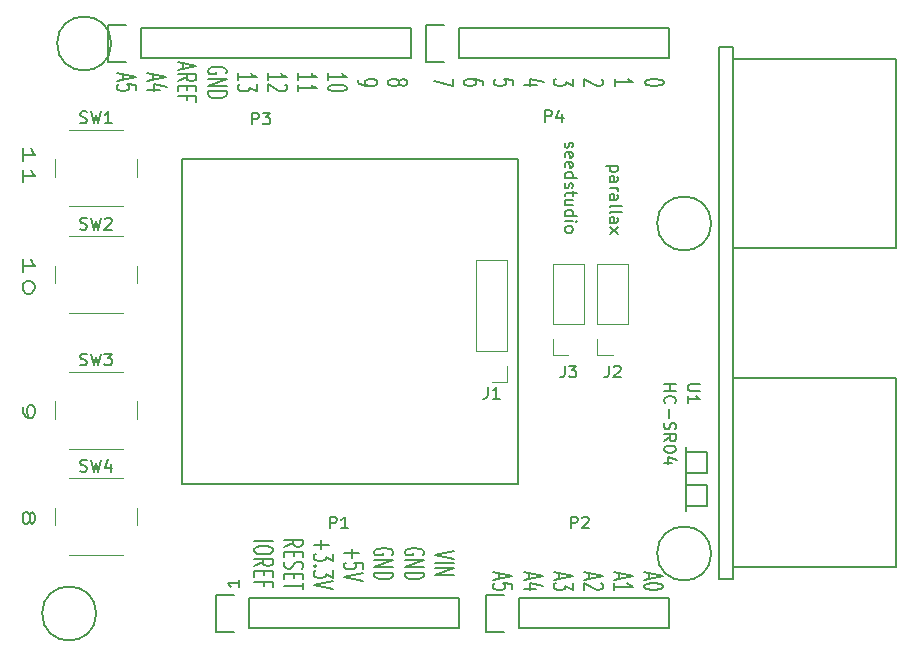
<source format=gbr>
%TF.GenerationSoftware,KiCad,Pcbnew,(5.1.9-0-10_14)*%
%TF.CreationDate,2021-08-16T13:27:39+08:00*%
%TF.ProjectId,arduino_oled_sonic,61726475-696e-46f5-9f6f-6c65645f736f,rev?*%
%TF.SameCoordinates,Original*%
%TF.FileFunction,Legend,Top*%
%TF.FilePolarity,Positive*%
%FSLAX46Y46*%
G04 Gerber Fmt 4.6, Leading zero omitted, Abs format (unit mm)*
G04 Created by KiCad (PCBNEW (5.1.9-0-10_14)) date 2021-08-16 13:27:39*
%MOMM*%
%LPD*%
G01*
G04 APERTURE LIST*
%ADD10C,0.150000*%
%ADD11C,0.120000*%
%ADD12C,0.127000*%
G04 APERTURE END LIST*
D10*
X121045619Y-85526904D02*
X121045619Y-84441190D01*
X121045619Y-84984047D02*
X122045619Y-84984047D01*
X121902761Y-84803095D01*
X121807523Y-84622142D01*
X121759904Y-84441190D01*
X121045619Y-87336428D02*
X121045619Y-86250714D01*
X121045619Y-86793571D02*
X122045619Y-86793571D01*
X121902761Y-86612619D01*
X121807523Y-86431666D01*
X121759904Y-86250714D01*
X121045619Y-94936428D02*
X121045619Y-93850714D01*
X121045619Y-94393571D02*
X122045619Y-94393571D01*
X121902761Y-94212619D01*
X121807523Y-94031666D01*
X121759904Y-93850714D01*
X122045619Y-96112619D02*
X122045619Y-96293571D01*
X121998000Y-96474523D01*
X121950380Y-96564999D01*
X121855142Y-96655476D01*
X121664666Y-96745952D01*
X121426571Y-96745952D01*
X121236095Y-96655476D01*
X121140857Y-96564999D01*
X121093238Y-96474523D01*
X121045619Y-96293571D01*
X121045619Y-96112619D01*
X121093238Y-95931666D01*
X121140857Y-95841190D01*
X121236095Y-95750714D01*
X121426571Y-95660238D01*
X121664666Y-95660238D01*
X121855142Y-95750714D01*
X121950380Y-95841190D01*
X121998000Y-95931666D01*
X122045619Y-96112619D01*
X121045619Y-106336428D02*
X121045619Y-106698333D01*
X121093238Y-106879285D01*
X121140857Y-106969761D01*
X121283714Y-107150714D01*
X121474190Y-107241190D01*
X121855142Y-107241190D01*
X121950380Y-107150714D01*
X121998000Y-107060238D01*
X122045619Y-106879285D01*
X122045619Y-106517380D01*
X121998000Y-106336428D01*
X121950380Y-106245952D01*
X121855142Y-106155476D01*
X121617047Y-106155476D01*
X121521809Y-106245952D01*
X121474190Y-106336428D01*
X121426571Y-106517380D01*
X121426571Y-106879285D01*
X121474190Y-107060238D01*
X121521809Y-107150714D01*
X121617047Y-107241190D01*
X121617047Y-115565000D02*
X121664666Y-115384047D01*
X121712285Y-115293571D01*
X121807523Y-115203095D01*
X121855142Y-115203095D01*
X121950380Y-115293571D01*
X121998000Y-115384047D01*
X122045619Y-115565000D01*
X122045619Y-115926904D01*
X121998000Y-116107857D01*
X121950380Y-116198333D01*
X121855142Y-116288809D01*
X121807523Y-116288809D01*
X121712285Y-116198333D01*
X121664666Y-116107857D01*
X121617047Y-115926904D01*
X121617047Y-115565000D01*
X121569428Y-115384047D01*
X121521809Y-115293571D01*
X121426571Y-115203095D01*
X121236095Y-115203095D01*
X121140857Y-115293571D01*
X121093238Y-115384047D01*
X121045619Y-115565000D01*
X121045619Y-115926904D01*
X121093238Y-116107857D01*
X121140857Y-116198333D01*
X121236095Y-116288809D01*
X121426571Y-116288809D01*
X121521809Y-116198333D01*
X121569428Y-116107857D01*
X121617047Y-115926904D01*
X134498000Y-112865000D02*
X134498000Y-85365000D01*
X162998000Y-112865000D02*
X134498000Y-112865000D01*
X162998000Y-85365000D02*
X134498000Y-85365000D01*
X162998000Y-85365000D02*
X162998000Y-112865000D01*
X178998000Y-110165000D02*
X177198000Y-110165000D01*
X178998000Y-111965000D02*
X178998000Y-110165000D01*
X177198000Y-111965000D02*
X178998000Y-111965000D01*
X178998000Y-112965000D02*
X177198000Y-112965000D01*
X178998000Y-114765000D02*
X178998000Y-112965000D01*
X177198000Y-114765000D02*
X178998000Y-114765000D01*
X177198000Y-109765000D02*
X177198000Y-115165000D01*
X157524190Y-118519761D02*
X155924190Y-118853095D01*
X157524190Y-119186428D01*
X155924190Y-119519761D02*
X157524190Y-119519761D01*
X155924190Y-119995952D02*
X157524190Y-119995952D01*
X155924190Y-120567380D01*
X157524190Y-120567380D01*
X154898000Y-118853095D02*
X154974190Y-118757857D01*
X154974190Y-118615000D01*
X154898000Y-118472142D01*
X154745619Y-118376904D01*
X154593238Y-118329285D01*
X154288476Y-118281666D01*
X154059904Y-118281666D01*
X153755142Y-118329285D01*
X153602761Y-118376904D01*
X153450380Y-118472142D01*
X153374190Y-118615000D01*
X153374190Y-118710238D01*
X153450380Y-118853095D01*
X153526571Y-118900714D01*
X154059904Y-118900714D01*
X154059904Y-118710238D01*
X153374190Y-119329285D02*
X154974190Y-119329285D01*
X153374190Y-119900714D01*
X154974190Y-119900714D01*
X153374190Y-120376904D02*
X154974190Y-120376904D01*
X154974190Y-120615000D01*
X154898000Y-120757857D01*
X154745619Y-120853095D01*
X154593238Y-120900714D01*
X154288476Y-120948333D01*
X154059904Y-120948333D01*
X153755142Y-120900714D01*
X153602761Y-120853095D01*
X153450380Y-120757857D01*
X153374190Y-120615000D01*
X153374190Y-120376904D01*
X152348000Y-118853095D02*
X152424190Y-118757857D01*
X152424190Y-118615000D01*
X152348000Y-118472142D01*
X152195619Y-118376904D01*
X152043238Y-118329285D01*
X151738476Y-118281666D01*
X151509904Y-118281666D01*
X151205142Y-118329285D01*
X151052761Y-118376904D01*
X150900380Y-118472142D01*
X150824190Y-118615000D01*
X150824190Y-118710238D01*
X150900380Y-118853095D01*
X150976571Y-118900714D01*
X151509904Y-118900714D01*
X151509904Y-118710238D01*
X150824190Y-119329285D02*
X152424190Y-119329285D01*
X150824190Y-119900714D01*
X152424190Y-119900714D01*
X150824190Y-120376904D02*
X152424190Y-120376904D01*
X152424190Y-120615000D01*
X152348000Y-120757857D01*
X152195619Y-120853095D01*
X152043238Y-120900714D01*
X151738476Y-120948333D01*
X151509904Y-120948333D01*
X151205142Y-120900714D01*
X151052761Y-120853095D01*
X150900380Y-120757857D01*
X150824190Y-120615000D01*
X150824190Y-120376904D01*
X148883714Y-118329285D02*
X148883714Y-119091190D01*
X148274190Y-118710238D02*
X149493238Y-118710238D01*
X149874190Y-120043571D02*
X149874190Y-119567380D01*
X149112285Y-119519761D01*
X149188476Y-119567380D01*
X149264666Y-119662619D01*
X149264666Y-119900714D01*
X149188476Y-119995952D01*
X149112285Y-120043571D01*
X148959904Y-120091190D01*
X148578952Y-120091190D01*
X148426571Y-120043571D01*
X148350380Y-119995952D01*
X148274190Y-119900714D01*
X148274190Y-119662619D01*
X148350380Y-119567380D01*
X148426571Y-119519761D01*
X149874190Y-120376904D02*
X148274190Y-120710238D01*
X149874190Y-121043571D01*
X146333714Y-117615000D02*
X146333714Y-118376904D01*
X145724190Y-117995952D02*
X146943238Y-117995952D01*
X147324190Y-118757857D02*
X147324190Y-119376904D01*
X146714666Y-119043571D01*
X146714666Y-119186428D01*
X146638476Y-119281666D01*
X146562285Y-119329285D01*
X146409904Y-119376904D01*
X146028952Y-119376904D01*
X145876571Y-119329285D01*
X145800380Y-119281666D01*
X145724190Y-119186428D01*
X145724190Y-118900714D01*
X145800380Y-118805476D01*
X145876571Y-118757857D01*
X145876571Y-119805476D02*
X145800380Y-119853095D01*
X145724190Y-119805476D01*
X145800380Y-119757857D01*
X145876571Y-119805476D01*
X145724190Y-119805476D01*
X147324190Y-120186428D02*
X147324190Y-120805476D01*
X146714666Y-120472142D01*
X146714666Y-120615000D01*
X146638476Y-120710238D01*
X146562285Y-120757857D01*
X146409904Y-120805476D01*
X146028952Y-120805476D01*
X145876571Y-120757857D01*
X145800380Y-120710238D01*
X145724190Y-120615000D01*
X145724190Y-120329285D01*
X145800380Y-120234047D01*
X145876571Y-120186428D01*
X147324190Y-121091190D02*
X145724190Y-121424523D01*
X147324190Y-121757857D01*
X143174190Y-118162619D02*
X143936095Y-117829285D01*
X143174190Y-117591190D02*
X144774190Y-117591190D01*
X144774190Y-117972142D01*
X144698000Y-118067380D01*
X144621809Y-118115000D01*
X144469428Y-118162619D01*
X144240857Y-118162619D01*
X144088476Y-118115000D01*
X144012285Y-118067380D01*
X143936095Y-117972142D01*
X143936095Y-117591190D01*
X144012285Y-118591190D02*
X144012285Y-118924523D01*
X143174190Y-119067380D02*
X143174190Y-118591190D01*
X144774190Y-118591190D01*
X144774190Y-119067380D01*
X143250380Y-119448333D02*
X143174190Y-119591190D01*
X143174190Y-119829285D01*
X143250380Y-119924523D01*
X143326571Y-119972142D01*
X143478952Y-120019761D01*
X143631333Y-120019761D01*
X143783714Y-119972142D01*
X143859904Y-119924523D01*
X143936095Y-119829285D01*
X144012285Y-119638809D01*
X144088476Y-119543571D01*
X144164666Y-119495952D01*
X144317047Y-119448333D01*
X144469428Y-119448333D01*
X144621809Y-119495952D01*
X144698000Y-119543571D01*
X144774190Y-119638809D01*
X144774190Y-119876904D01*
X144698000Y-120019761D01*
X144012285Y-120448333D02*
X144012285Y-120781666D01*
X143174190Y-120924523D02*
X143174190Y-120448333D01*
X144774190Y-120448333D01*
X144774190Y-120924523D01*
X144774190Y-121210238D02*
X144774190Y-121781666D01*
X143174190Y-121495952D02*
X144774190Y-121495952D01*
X140624190Y-117710238D02*
X142224190Y-117710238D01*
X142224190Y-118376904D02*
X142224190Y-118567380D01*
X142148000Y-118662619D01*
X141995619Y-118757857D01*
X141690857Y-118805476D01*
X141157523Y-118805476D01*
X140852761Y-118757857D01*
X140700380Y-118662619D01*
X140624190Y-118567380D01*
X140624190Y-118376904D01*
X140700380Y-118281666D01*
X140852761Y-118186428D01*
X141157523Y-118138809D01*
X141690857Y-118138809D01*
X141995619Y-118186428D01*
X142148000Y-118281666D01*
X142224190Y-118376904D01*
X140624190Y-119805476D02*
X141386095Y-119472142D01*
X140624190Y-119234047D02*
X142224190Y-119234047D01*
X142224190Y-119615000D01*
X142148000Y-119710238D01*
X142071809Y-119757857D01*
X141919428Y-119805476D01*
X141690857Y-119805476D01*
X141538476Y-119757857D01*
X141462285Y-119710238D01*
X141386095Y-119615000D01*
X141386095Y-119234047D01*
X141462285Y-120234047D02*
X141462285Y-120567380D01*
X140624190Y-120710238D02*
X140624190Y-120234047D01*
X142224190Y-120234047D01*
X142224190Y-120710238D01*
X141462285Y-121472142D02*
X141462285Y-121138809D01*
X140624190Y-121138809D02*
X142224190Y-121138809D01*
X142224190Y-121615000D01*
X174106333Y-120400714D02*
X174106333Y-120876904D01*
X173649190Y-120305476D02*
X175249190Y-120638809D01*
X173649190Y-120972142D01*
X175249190Y-121495952D02*
X175249190Y-121591190D01*
X175173000Y-121686428D01*
X175096809Y-121734047D01*
X174944428Y-121781666D01*
X174639666Y-121829285D01*
X174258714Y-121829285D01*
X173953952Y-121781666D01*
X173801571Y-121734047D01*
X173725380Y-121686428D01*
X173649190Y-121591190D01*
X173649190Y-121495952D01*
X173725380Y-121400714D01*
X173801571Y-121353095D01*
X173953952Y-121305476D01*
X174258714Y-121257857D01*
X174639666Y-121257857D01*
X174944428Y-121305476D01*
X175096809Y-121353095D01*
X175173000Y-121400714D01*
X175249190Y-121495952D01*
X171556333Y-120400714D02*
X171556333Y-120876904D01*
X171099190Y-120305476D02*
X172699190Y-120638809D01*
X171099190Y-120972142D01*
X171099190Y-121829285D02*
X171099190Y-121257857D01*
X171099190Y-121543571D02*
X172699190Y-121543571D01*
X172470619Y-121448333D01*
X172318238Y-121353095D01*
X172242047Y-121257857D01*
X169006333Y-120400714D02*
X169006333Y-120876904D01*
X168549190Y-120305476D02*
X170149190Y-120638809D01*
X168549190Y-120972142D01*
X169996809Y-121257857D02*
X170073000Y-121305476D01*
X170149190Y-121400714D01*
X170149190Y-121638809D01*
X170073000Y-121734047D01*
X169996809Y-121781666D01*
X169844428Y-121829285D01*
X169692047Y-121829285D01*
X169463476Y-121781666D01*
X168549190Y-121210238D01*
X168549190Y-121829285D01*
X166456333Y-120400714D02*
X166456333Y-120876904D01*
X165999190Y-120305476D02*
X167599190Y-120638809D01*
X165999190Y-120972142D01*
X167599190Y-121210238D02*
X167599190Y-121829285D01*
X166989666Y-121495952D01*
X166989666Y-121638809D01*
X166913476Y-121734047D01*
X166837285Y-121781666D01*
X166684904Y-121829285D01*
X166303952Y-121829285D01*
X166151571Y-121781666D01*
X166075380Y-121734047D01*
X165999190Y-121638809D01*
X165999190Y-121353095D01*
X166075380Y-121257857D01*
X166151571Y-121210238D01*
X163906333Y-120400714D02*
X163906333Y-120876904D01*
X163449190Y-120305476D02*
X165049190Y-120638809D01*
X163449190Y-120972142D01*
X164515857Y-121734047D02*
X163449190Y-121734047D01*
X165125380Y-121495952D02*
X163982523Y-121257857D01*
X163982523Y-121876904D01*
X161356333Y-120400714D02*
X161356333Y-120876904D01*
X160899190Y-120305476D02*
X162499190Y-120638809D01*
X160899190Y-120972142D01*
X162499190Y-121781666D02*
X162499190Y-121305476D01*
X161737285Y-121257857D01*
X161813476Y-121305476D01*
X161889666Y-121400714D01*
X161889666Y-121638809D01*
X161813476Y-121734047D01*
X161737285Y-121781666D01*
X161584904Y-121829285D01*
X161203952Y-121829285D01*
X161051571Y-121781666D01*
X160975380Y-121734047D01*
X160899190Y-121638809D01*
X160899190Y-121400714D01*
X160975380Y-121305476D01*
X161051571Y-121257857D01*
X152913476Y-78769761D02*
X152989666Y-78674523D01*
X153065857Y-78626904D01*
X153218238Y-78579285D01*
X153294428Y-78579285D01*
X153446809Y-78626904D01*
X153523000Y-78674523D01*
X153599190Y-78769761D01*
X153599190Y-78960238D01*
X153523000Y-79055476D01*
X153446809Y-79103095D01*
X153294428Y-79150714D01*
X153218238Y-79150714D01*
X153065857Y-79103095D01*
X152989666Y-79055476D01*
X152913476Y-78960238D01*
X152913476Y-78769761D01*
X152837285Y-78674523D01*
X152761095Y-78626904D01*
X152608714Y-78579285D01*
X152303952Y-78579285D01*
X152151571Y-78626904D01*
X152075380Y-78674523D01*
X151999190Y-78769761D01*
X151999190Y-78960238D01*
X152075380Y-79055476D01*
X152151571Y-79103095D01*
X152303952Y-79150714D01*
X152608714Y-79150714D01*
X152761095Y-79103095D01*
X152837285Y-79055476D01*
X152913476Y-78960238D01*
X149449190Y-78674523D02*
X149449190Y-78865000D01*
X149525380Y-78960238D01*
X149601571Y-79007857D01*
X149830142Y-79103095D01*
X150134904Y-79150714D01*
X150744428Y-79150714D01*
X150896809Y-79103095D01*
X150973000Y-79055476D01*
X151049190Y-78960238D01*
X151049190Y-78769761D01*
X150973000Y-78674523D01*
X150896809Y-78626904D01*
X150744428Y-78579285D01*
X150363476Y-78579285D01*
X150211095Y-78626904D01*
X150134904Y-78674523D01*
X150058714Y-78769761D01*
X150058714Y-78960238D01*
X150134904Y-79055476D01*
X150211095Y-79103095D01*
X150363476Y-79150714D01*
X146899190Y-78674523D02*
X146899190Y-78103095D01*
X146899190Y-78388809D02*
X148499190Y-78388809D01*
X148270619Y-78293571D01*
X148118238Y-78198333D01*
X148042047Y-78103095D01*
X148499190Y-79293571D02*
X148499190Y-79388809D01*
X148423000Y-79484047D01*
X148346809Y-79531666D01*
X148194428Y-79579285D01*
X147889666Y-79626904D01*
X147508714Y-79626904D01*
X147203952Y-79579285D01*
X147051571Y-79531666D01*
X146975380Y-79484047D01*
X146899190Y-79388809D01*
X146899190Y-79293571D01*
X146975380Y-79198333D01*
X147051571Y-79150714D01*
X147203952Y-79103095D01*
X147508714Y-79055476D01*
X147889666Y-79055476D01*
X148194428Y-79103095D01*
X148346809Y-79150714D01*
X148423000Y-79198333D01*
X148499190Y-79293571D01*
X144349190Y-78674523D02*
X144349190Y-78103095D01*
X144349190Y-78388809D02*
X145949190Y-78388809D01*
X145720619Y-78293571D01*
X145568238Y-78198333D01*
X145492047Y-78103095D01*
X144349190Y-79626904D02*
X144349190Y-79055476D01*
X144349190Y-79341190D02*
X145949190Y-79341190D01*
X145720619Y-79245952D01*
X145568238Y-79150714D01*
X145492047Y-79055476D01*
X141799190Y-78674523D02*
X141799190Y-78103095D01*
X141799190Y-78388809D02*
X143399190Y-78388809D01*
X143170619Y-78293571D01*
X143018238Y-78198333D01*
X142942047Y-78103095D01*
X143246809Y-79055476D02*
X143323000Y-79103095D01*
X143399190Y-79198333D01*
X143399190Y-79436428D01*
X143323000Y-79531666D01*
X143246809Y-79579285D01*
X143094428Y-79626904D01*
X142942047Y-79626904D01*
X142713476Y-79579285D01*
X141799190Y-79007857D01*
X141799190Y-79626904D01*
X139249190Y-78674523D02*
X139249190Y-78103095D01*
X139249190Y-78388809D02*
X140849190Y-78388809D01*
X140620619Y-78293571D01*
X140468238Y-78198333D01*
X140392047Y-78103095D01*
X140849190Y-79007857D02*
X140849190Y-79626904D01*
X140239666Y-79293571D01*
X140239666Y-79436428D01*
X140163476Y-79531666D01*
X140087285Y-79579285D01*
X139934904Y-79626904D01*
X139553952Y-79626904D01*
X139401571Y-79579285D01*
X139325380Y-79531666D01*
X139249190Y-79436428D01*
X139249190Y-79150714D01*
X139325380Y-79055476D01*
X139401571Y-79007857D01*
X138223000Y-78103095D02*
X138299190Y-78007857D01*
X138299190Y-77865000D01*
X138223000Y-77722142D01*
X138070619Y-77626904D01*
X137918238Y-77579285D01*
X137613476Y-77531666D01*
X137384904Y-77531666D01*
X137080142Y-77579285D01*
X136927761Y-77626904D01*
X136775380Y-77722142D01*
X136699190Y-77865000D01*
X136699190Y-77960238D01*
X136775380Y-78103095D01*
X136851571Y-78150714D01*
X137384904Y-78150714D01*
X137384904Y-77960238D01*
X136699190Y-78579285D02*
X138299190Y-78579285D01*
X136699190Y-79150714D01*
X138299190Y-79150714D01*
X136699190Y-79626904D02*
X138299190Y-79626904D01*
X138299190Y-79865000D01*
X138223000Y-80007857D01*
X138070619Y-80103095D01*
X137918238Y-80150714D01*
X137613476Y-80198333D01*
X137384904Y-80198333D01*
X137080142Y-80150714D01*
X136927761Y-80103095D01*
X136775380Y-80007857D01*
X136699190Y-79865000D01*
X136699190Y-79626904D01*
X134606333Y-77245952D02*
X134606333Y-77722142D01*
X134149190Y-77150714D02*
X135749190Y-77484047D01*
X134149190Y-77817380D01*
X134149190Y-78722142D02*
X134911095Y-78388809D01*
X134149190Y-78150714D02*
X135749190Y-78150714D01*
X135749190Y-78531666D01*
X135673000Y-78626904D01*
X135596809Y-78674523D01*
X135444428Y-78722142D01*
X135215857Y-78722142D01*
X135063476Y-78674523D01*
X134987285Y-78626904D01*
X134911095Y-78531666D01*
X134911095Y-78150714D01*
X134987285Y-79150714D02*
X134987285Y-79484047D01*
X134149190Y-79626904D02*
X134149190Y-79150714D01*
X135749190Y-79150714D01*
X135749190Y-79626904D01*
X134987285Y-80388809D02*
X134987285Y-80055476D01*
X134149190Y-80055476D02*
X135749190Y-80055476D01*
X135749190Y-80531666D01*
X132056333Y-78150714D02*
X132056333Y-78626904D01*
X131599190Y-78055476D02*
X133199190Y-78388809D01*
X131599190Y-78722142D01*
X132665857Y-79484047D02*
X131599190Y-79484047D01*
X133275380Y-79245952D02*
X132132523Y-79007857D01*
X132132523Y-79626904D01*
X129506333Y-78150714D02*
X129506333Y-78626904D01*
X129049190Y-78055476D02*
X130649190Y-78388809D01*
X129049190Y-78722142D01*
X130649190Y-79531666D02*
X130649190Y-79055476D01*
X129887285Y-79007857D01*
X129963476Y-79055476D01*
X130039666Y-79150714D01*
X130039666Y-79388809D01*
X129963476Y-79484047D01*
X129887285Y-79531666D01*
X129734904Y-79579285D01*
X129353952Y-79579285D01*
X129201571Y-79531666D01*
X129125380Y-79484047D01*
X129049190Y-79388809D01*
X129049190Y-79150714D01*
X129125380Y-79055476D01*
X129201571Y-79007857D01*
X175299190Y-78817380D02*
X175299190Y-78912619D01*
X175223000Y-79007857D01*
X175146809Y-79055476D01*
X174994428Y-79103095D01*
X174689666Y-79150714D01*
X174308714Y-79150714D01*
X174003952Y-79103095D01*
X173851571Y-79055476D01*
X173775380Y-79007857D01*
X173699190Y-78912619D01*
X173699190Y-78817380D01*
X173775380Y-78722142D01*
X173851571Y-78674523D01*
X174003952Y-78626904D01*
X174308714Y-78579285D01*
X174689666Y-78579285D01*
X174994428Y-78626904D01*
X175146809Y-78674523D01*
X175223000Y-78722142D01*
X175299190Y-78817380D01*
X171149190Y-79150714D02*
X171149190Y-78579285D01*
X171149190Y-78865000D02*
X172749190Y-78865000D01*
X172520619Y-78769761D01*
X172368238Y-78674523D01*
X172292047Y-78579285D01*
X170046809Y-78579285D02*
X170123000Y-78626904D01*
X170199190Y-78722142D01*
X170199190Y-78960238D01*
X170123000Y-79055476D01*
X170046809Y-79103095D01*
X169894428Y-79150714D01*
X169742047Y-79150714D01*
X169513476Y-79103095D01*
X168599190Y-78531666D01*
X168599190Y-79150714D01*
X167649190Y-78531666D02*
X167649190Y-79150714D01*
X167039666Y-78817380D01*
X167039666Y-78960238D01*
X166963476Y-79055476D01*
X166887285Y-79103095D01*
X166734904Y-79150714D01*
X166353952Y-79150714D01*
X166201571Y-79103095D01*
X166125380Y-79055476D01*
X166049190Y-78960238D01*
X166049190Y-78674523D01*
X166125380Y-78579285D01*
X166201571Y-78531666D01*
X164565857Y-79055476D02*
X163499190Y-79055476D01*
X165175380Y-78817380D02*
X164032523Y-78579285D01*
X164032523Y-79198333D01*
X162549190Y-79103095D02*
X162549190Y-78626904D01*
X161787285Y-78579285D01*
X161863476Y-78626904D01*
X161939666Y-78722142D01*
X161939666Y-78960238D01*
X161863476Y-79055476D01*
X161787285Y-79103095D01*
X161634904Y-79150714D01*
X161253952Y-79150714D01*
X161101571Y-79103095D01*
X161025380Y-79055476D01*
X160949190Y-78960238D01*
X160949190Y-78722142D01*
X161025380Y-78626904D01*
X161101571Y-78579285D01*
X159999190Y-79055476D02*
X159999190Y-78865000D01*
X159923000Y-78769761D01*
X159846809Y-78722142D01*
X159618238Y-78626904D01*
X159313476Y-78579285D01*
X158703952Y-78579285D01*
X158551571Y-78626904D01*
X158475380Y-78674523D01*
X158399190Y-78769761D01*
X158399190Y-78960238D01*
X158475380Y-79055476D01*
X158551571Y-79103095D01*
X158703952Y-79150714D01*
X159084904Y-79150714D01*
X159237285Y-79103095D01*
X159313476Y-79055476D01*
X159389666Y-78960238D01*
X159389666Y-78769761D01*
X159313476Y-78674523D01*
X159237285Y-78626904D01*
X159084904Y-78579285D01*
X157449190Y-78531666D02*
X157449190Y-79198333D01*
X155849190Y-78769761D01*
X139390380Y-120999285D02*
X139390380Y-121570714D01*
X139390380Y-121285000D02*
X138390380Y-121285000D01*
X138533238Y-121380238D01*
X138628476Y-121475476D01*
X138676095Y-121570714D01*
D11*
%TO.C,J3*%
X168578000Y-99345000D02*
X165918000Y-99345000D01*
X168578000Y-99345000D02*
X168578000Y-94205000D01*
X168578000Y-94205000D02*
X165918000Y-94205000D01*
X165918000Y-99345000D02*
X165918000Y-94205000D01*
X165918000Y-101945000D02*
X165918000Y-100615000D01*
X167248000Y-101945000D02*
X165918000Y-101945000D01*
%TO.C,J2*%
X172328000Y-99345000D02*
X169668000Y-99345000D01*
X172328000Y-99345000D02*
X172328000Y-94205000D01*
X172328000Y-94205000D02*
X169668000Y-94205000D01*
X169668000Y-99345000D02*
X169668000Y-94205000D01*
X169668000Y-101945000D02*
X169668000Y-100615000D01*
X170998000Y-101945000D02*
X169668000Y-101945000D01*
%TO.C,SW4*%
X124998000Y-118865000D02*
X129498000Y-118865000D01*
X123748000Y-114865000D02*
X123748000Y-116365000D01*
X129498000Y-112365000D02*
X124998000Y-112365000D01*
X130748000Y-116365000D02*
X130748000Y-114865000D01*
%TO.C,SW3*%
X124998000Y-109865000D02*
X129498000Y-109865000D01*
X123748000Y-105865000D02*
X123748000Y-107365000D01*
X129498000Y-103365000D02*
X124998000Y-103365000D01*
X130748000Y-107365000D02*
X130748000Y-105865000D01*
%TO.C,SW2*%
X124998000Y-98365000D02*
X129498000Y-98365000D01*
X123748000Y-94365000D02*
X123748000Y-95865000D01*
X129498000Y-91865000D02*
X124998000Y-91865000D01*
X130748000Y-95865000D02*
X130748000Y-94365000D01*
%TO.C,SW1*%
X124998000Y-89365000D02*
X129498000Y-89365000D01*
X123748000Y-85365000D02*
X123748000Y-86865000D01*
X129498000Y-82865000D02*
X124998000Y-82865000D01*
X130748000Y-86865000D02*
X130748000Y-85365000D01*
%TO.C,J1*%
X162078000Y-93915000D02*
X159418000Y-93915000D01*
X162078000Y-101595000D02*
X162078000Y-93915000D01*
X159418000Y-101595000D02*
X159418000Y-93915000D01*
X162078000Y-101595000D02*
X159418000Y-101595000D01*
X162078000Y-102865000D02*
X162078000Y-104195000D01*
X162078000Y-104195000D02*
X160748000Y-104195000D01*
D12*
%TO.C,U1*%
X195018000Y-119865000D02*
X195018000Y-103865000D01*
X195018000Y-92865000D02*
X195018000Y-76865000D01*
X181218000Y-75865000D02*
X181218000Y-76865000D01*
X181218000Y-76865000D02*
X181218000Y-92865000D01*
X181218000Y-92865000D02*
X181218000Y-103865000D01*
X181218000Y-103865000D02*
X181218000Y-119865000D01*
X181218000Y-119865000D02*
X181218000Y-120865000D01*
X181218000Y-120865000D02*
X180018000Y-120865000D01*
X180018000Y-120865000D02*
X180018000Y-75865000D01*
X180018000Y-75865000D02*
X181218000Y-75865000D01*
X181218000Y-119865000D02*
X195018000Y-119865000D01*
X181218000Y-76865000D02*
X195018000Y-76865000D01*
X181218000Y-103865000D02*
X195018000Y-103865000D01*
X181218000Y-92865000D02*
X195018000Y-92865000D01*
D10*
%TO.C,P1*%
X137388000Y-122275000D02*
X137388000Y-125375000D01*
X138938000Y-122275000D02*
X137388000Y-122275000D01*
X140208000Y-125095000D02*
X140208000Y-122555000D01*
X137388000Y-125375000D02*
X138938000Y-125375000D01*
X157988000Y-122555000D02*
X140208000Y-122555000D01*
X157988000Y-125095000D02*
X157988000Y-122555000D01*
X140208000Y-125095000D02*
X157988000Y-125095000D01*
%TO.C,P2*%
X160248000Y-122275000D02*
X160248000Y-125375000D01*
X161798000Y-122275000D02*
X160248000Y-122275000D01*
X163068000Y-125095000D02*
X163068000Y-122555000D01*
X160248000Y-125375000D02*
X161798000Y-125375000D01*
X175768000Y-122555000D02*
X163068000Y-122555000D01*
X175768000Y-125095000D02*
X175768000Y-122555000D01*
X163068000Y-125095000D02*
X175768000Y-125095000D01*
%TO.C,P3*%
X128244000Y-74015000D02*
X128244000Y-77115000D01*
X129794000Y-74015000D02*
X128244000Y-74015000D01*
X131064000Y-76835000D02*
X131064000Y-74295000D01*
X128244000Y-77115000D02*
X129794000Y-77115000D01*
X153924000Y-74295000D02*
X131064000Y-74295000D01*
X153924000Y-76835000D02*
X153924000Y-74295000D01*
X131064000Y-76835000D02*
X153924000Y-76835000D01*
%TO.C,P4*%
X155168000Y-74015000D02*
X155168000Y-77115000D01*
X156718000Y-74015000D02*
X155168000Y-74015000D01*
X157988000Y-76835000D02*
X157988000Y-74295000D01*
X155168000Y-77115000D02*
X156718000Y-77115000D01*
X175768000Y-74295000D02*
X157988000Y-74295000D01*
X175768000Y-76835000D02*
X175768000Y-74295000D01*
X157988000Y-76835000D02*
X175768000Y-76835000D01*
%TO.C,P5*%
X127254000Y-123825000D02*
G75*
G03*
X127254000Y-123825000I-2286000J0D01*
G01*
%TO.C,P6*%
X179324000Y-118745000D02*
G75*
G03*
X179324000Y-118745000I-2286000J0D01*
G01*
%TO.C,P7*%
X128524000Y-75565000D02*
G75*
G03*
X128524000Y-75565000I-2286000J0D01*
G01*
%TO.C,P8*%
X179324000Y-90805000D02*
G75*
G03*
X179324000Y-90805000I-2286000J0D01*
G01*
%TO.C,J3*%
X166914666Y-102837380D02*
X166914666Y-103551666D01*
X166867047Y-103694523D01*
X166771809Y-103789761D01*
X166628952Y-103837380D01*
X166533714Y-103837380D01*
X167295619Y-102837380D02*
X167914666Y-102837380D01*
X167581333Y-103218333D01*
X167724190Y-103218333D01*
X167819428Y-103265952D01*
X167867047Y-103313571D01*
X167914666Y-103408809D01*
X167914666Y-103646904D01*
X167867047Y-103742142D01*
X167819428Y-103789761D01*
X167724190Y-103837380D01*
X167438476Y-103837380D01*
X167343238Y-103789761D01*
X167295619Y-103742142D01*
X166993238Y-83955476D02*
X166945619Y-84050714D01*
X166945619Y-84241190D01*
X166993238Y-84336428D01*
X167088476Y-84384047D01*
X167136095Y-84384047D01*
X167231333Y-84336428D01*
X167278952Y-84241190D01*
X167278952Y-84098333D01*
X167326571Y-84003095D01*
X167421809Y-83955476D01*
X167469428Y-83955476D01*
X167564666Y-84003095D01*
X167612285Y-84098333D01*
X167612285Y-84241190D01*
X167564666Y-84336428D01*
X166993238Y-85193571D02*
X166945619Y-85098333D01*
X166945619Y-84907857D01*
X166993238Y-84812619D01*
X167088476Y-84765000D01*
X167469428Y-84765000D01*
X167564666Y-84812619D01*
X167612285Y-84907857D01*
X167612285Y-85098333D01*
X167564666Y-85193571D01*
X167469428Y-85241190D01*
X167374190Y-85241190D01*
X167278952Y-84765000D01*
X166993238Y-86050714D02*
X166945619Y-85955476D01*
X166945619Y-85765000D01*
X166993238Y-85669761D01*
X167088476Y-85622142D01*
X167469428Y-85622142D01*
X167564666Y-85669761D01*
X167612285Y-85765000D01*
X167612285Y-85955476D01*
X167564666Y-86050714D01*
X167469428Y-86098333D01*
X167374190Y-86098333D01*
X167278952Y-85622142D01*
X166945619Y-86955476D02*
X167945619Y-86955476D01*
X166993238Y-86955476D02*
X166945619Y-86860238D01*
X166945619Y-86669761D01*
X166993238Y-86574523D01*
X167040857Y-86526904D01*
X167136095Y-86479285D01*
X167421809Y-86479285D01*
X167517047Y-86526904D01*
X167564666Y-86574523D01*
X167612285Y-86669761D01*
X167612285Y-86860238D01*
X167564666Y-86955476D01*
X166993238Y-87384047D02*
X166945619Y-87479285D01*
X166945619Y-87669761D01*
X166993238Y-87765000D01*
X167088476Y-87812619D01*
X167136095Y-87812619D01*
X167231333Y-87765000D01*
X167278952Y-87669761D01*
X167278952Y-87526904D01*
X167326571Y-87431666D01*
X167421809Y-87384047D01*
X167469428Y-87384047D01*
X167564666Y-87431666D01*
X167612285Y-87526904D01*
X167612285Y-87669761D01*
X167564666Y-87765000D01*
X167612285Y-88098333D02*
X167612285Y-88479285D01*
X167945619Y-88241190D02*
X167088476Y-88241190D01*
X166993238Y-88288809D01*
X166945619Y-88384047D01*
X166945619Y-88479285D01*
X167612285Y-89241190D02*
X166945619Y-89241190D01*
X167612285Y-88812619D02*
X167088476Y-88812619D01*
X166993238Y-88860238D01*
X166945619Y-88955476D01*
X166945619Y-89098333D01*
X166993238Y-89193571D01*
X167040857Y-89241190D01*
X166945619Y-90145952D02*
X167945619Y-90145952D01*
X166993238Y-90145952D02*
X166945619Y-90050714D01*
X166945619Y-89860238D01*
X166993238Y-89765000D01*
X167040857Y-89717380D01*
X167136095Y-89669761D01*
X167421809Y-89669761D01*
X167517047Y-89717380D01*
X167564666Y-89765000D01*
X167612285Y-89860238D01*
X167612285Y-90050714D01*
X167564666Y-90145952D01*
X166945619Y-90622142D02*
X167612285Y-90622142D01*
X167945619Y-90622142D02*
X167898000Y-90574523D01*
X167850380Y-90622142D01*
X167898000Y-90669761D01*
X167945619Y-90622142D01*
X167850380Y-90622142D01*
X166945619Y-91241190D02*
X166993238Y-91145952D01*
X167040857Y-91098333D01*
X167136095Y-91050714D01*
X167421809Y-91050714D01*
X167517047Y-91098333D01*
X167564666Y-91145952D01*
X167612285Y-91241190D01*
X167612285Y-91384047D01*
X167564666Y-91479285D01*
X167517047Y-91526904D01*
X167421809Y-91574523D01*
X167136095Y-91574523D01*
X167040857Y-91526904D01*
X166993238Y-91479285D01*
X166945619Y-91384047D01*
X166945619Y-91241190D01*
%TO.C,J2*%
X170664666Y-102837380D02*
X170664666Y-103551666D01*
X170617047Y-103694523D01*
X170521809Y-103789761D01*
X170378952Y-103837380D01*
X170283714Y-103837380D01*
X171093238Y-102932619D02*
X171140857Y-102885000D01*
X171236095Y-102837380D01*
X171474190Y-102837380D01*
X171569428Y-102885000D01*
X171617047Y-102932619D01*
X171664666Y-103027857D01*
X171664666Y-103123095D01*
X171617047Y-103265952D01*
X171045619Y-103837380D01*
X171664666Y-103837380D01*
X171412285Y-85955476D02*
X170412285Y-85955476D01*
X171364666Y-85955476D02*
X171412285Y-86050714D01*
X171412285Y-86241190D01*
X171364666Y-86336428D01*
X171317047Y-86384047D01*
X171221809Y-86431666D01*
X170936095Y-86431666D01*
X170840857Y-86384047D01*
X170793238Y-86336428D01*
X170745619Y-86241190D01*
X170745619Y-86050714D01*
X170793238Y-85955476D01*
X170745619Y-87288809D02*
X171269428Y-87288809D01*
X171364666Y-87241190D01*
X171412285Y-87145952D01*
X171412285Y-86955476D01*
X171364666Y-86860238D01*
X170793238Y-87288809D02*
X170745619Y-87193571D01*
X170745619Y-86955476D01*
X170793238Y-86860238D01*
X170888476Y-86812619D01*
X170983714Y-86812619D01*
X171078952Y-86860238D01*
X171126571Y-86955476D01*
X171126571Y-87193571D01*
X171174190Y-87288809D01*
X170745619Y-87765000D02*
X171412285Y-87765000D01*
X171221809Y-87765000D02*
X171317047Y-87812619D01*
X171364666Y-87860238D01*
X171412285Y-87955476D01*
X171412285Y-88050714D01*
X170745619Y-88812619D02*
X171269428Y-88812619D01*
X171364666Y-88765000D01*
X171412285Y-88669761D01*
X171412285Y-88479285D01*
X171364666Y-88384047D01*
X170793238Y-88812619D02*
X170745619Y-88717380D01*
X170745619Y-88479285D01*
X170793238Y-88384047D01*
X170888476Y-88336428D01*
X170983714Y-88336428D01*
X171078952Y-88384047D01*
X171126571Y-88479285D01*
X171126571Y-88717380D01*
X171174190Y-88812619D01*
X170745619Y-89431666D02*
X170793238Y-89336428D01*
X170888476Y-89288809D01*
X171745619Y-89288809D01*
X170745619Y-89955476D02*
X170793238Y-89860238D01*
X170888476Y-89812619D01*
X171745619Y-89812619D01*
X170745619Y-90765000D02*
X171269428Y-90765000D01*
X171364666Y-90717380D01*
X171412285Y-90622142D01*
X171412285Y-90431666D01*
X171364666Y-90336428D01*
X170793238Y-90765000D02*
X170745619Y-90669761D01*
X170745619Y-90431666D01*
X170793238Y-90336428D01*
X170888476Y-90288809D01*
X170983714Y-90288809D01*
X171078952Y-90336428D01*
X171126571Y-90431666D01*
X171126571Y-90669761D01*
X171174190Y-90765000D01*
X170745619Y-91145952D02*
X171412285Y-91669761D01*
X171412285Y-91145952D02*
X170745619Y-91669761D01*
%TO.C,SW4*%
X125914666Y-111769761D02*
X126057523Y-111817380D01*
X126295619Y-111817380D01*
X126390857Y-111769761D01*
X126438476Y-111722142D01*
X126486095Y-111626904D01*
X126486095Y-111531666D01*
X126438476Y-111436428D01*
X126390857Y-111388809D01*
X126295619Y-111341190D01*
X126105142Y-111293571D01*
X126009904Y-111245952D01*
X125962285Y-111198333D01*
X125914666Y-111103095D01*
X125914666Y-111007857D01*
X125962285Y-110912619D01*
X126009904Y-110865000D01*
X126105142Y-110817380D01*
X126343238Y-110817380D01*
X126486095Y-110865000D01*
X126819428Y-110817380D02*
X127057523Y-111817380D01*
X127248000Y-111103095D01*
X127438476Y-111817380D01*
X127676571Y-110817380D01*
X128486095Y-111150714D02*
X128486095Y-111817380D01*
X128248000Y-110769761D02*
X128009904Y-111484047D01*
X128628952Y-111484047D01*
%TO.C,SW3*%
X125914666Y-102769761D02*
X126057523Y-102817380D01*
X126295619Y-102817380D01*
X126390857Y-102769761D01*
X126438476Y-102722142D01*
X126486095Y-102626904D01*
X126486095Y-102531666D01*
X126438476Y-102436428D01*
X126390857Y-102388809D01*
X126295619Y-102341190D01*
X126105142Y-102293571D01*
X126009904Y-102245952D01*
X125962285Y-102198333D01*
X125914666Y-102103095D01*
X125914666Y-102007857D01*
X125962285Y-101912619D01*
X126009904Y-101865000D01*
X126105142Y-101817380D01*
X126343238Y-101817380D01*
X126486095Y-101865000D01*
X126819428Y-101817380D02*
X127057523Y-102817380D01*
X127248000Y-102103095D01*
X127438476Y-102817380D01*
X127676571Y-101817380D01*
X127962285Y-101817380D02*
X128581333Y-101817380D01*
X128248000Y-102198333D01*
X128390857Y-102198333D01*
X128486095Y-102245952D01*
X128533714Y-102293571D01*
X128581333Y-102388809D01*
X128581333Y-102626904D01*
X128533714Y-102722142D01*
X128486095Y-102769761D01*
X128390857Y-102817380D01*
X128105142Y-102817380D01*
X128009904Y-102769761D01*
X127962285Y-102722142D01*
%TO.C,SW2*%
X125914666Y-91269761D02*
X126057523Y-91317380D01*
X126295619Y-91317380D01*
X126390857Y-91269761D01*
X126438476Y-91222142D01*
X126486095Y-91126904D01*
X126486095Y-91031666D01*
X126438476Y-90936428D01*
X126390857Y-90888809D01*
X126295619Y-90841190D01*
X126105142Y-90793571D01*
X126009904Y-90745952D01*
X125962285Y-90698333D01*
X125914666Y-90603095D01*
X125914666Y-90507857D01*
X125962285Y-90412619D01*
X126009904Y-90365000D01*
X126105142Y-90317380D01*
X126343238Y-90317380D01*
X126486095Y-90365000D01*
X126819428Y-90317380D02*
X127057523Y-91317380D01*
X127248000Y-90603095D01*
X127438476Y-91317380D01*
X127676571Y-90317380D01*
X128009904Y-90412619D02*
X128057523Y-90365000D01*
X128152761Y-90317380D01*
X128390857Y-90317380D01*
X128486095Y-90365000D01*
X128533714Y-90412619D01*
X128581333Y-90507857D01*
X128581333Y-90603095D01*
X128533714Y-90745952D01*
X127962285Y-91317380D01*
X128581333Y-91317380D01*
%TO.C,SW1*%
X125914666Y-82269761D02*
X126057523Y-82317380D01*
X126295619Y-82317380D01*
X126390857Y-82269761D01*
X126438476Y-82222142D01*
X126486095Y-82126904D01*
X126486095Y-82031666D01*
X126438476Y-81936428D01*
X126390857Y-81888809D01*
X126295619Y-81841190D01*
X126105142Y-81793571D01*
X126009904Y-81745952D01*
X125962285Y-81698333D01*
X125914666Y-81603095D01*
X125914666Y-81507857D01*
X125962285Y-81412619D01*
X126009904Y-81365000D01*
X126105142Y-81317380D01*
X126343238Y-81317380D01*
X126486095Y-81365000D01*
X126819428Y-81317380D02*
X127057523Y-82317380D01*
X127248000Y-81603095D01*
X127438476Y-82317380D01*
X127676571Y-81317380D01*
X128581333Y-82317380D02*
X128009904Y-82317380D01*
X128295619Y-82317380D02*
X128295619Y-81317380D01*
X128200380Y-81460238D01*
X128105142Y-81555476D01*
X128009904Y-81603095D01*
%TO.C,J1*%
X160414666Y-104647380D02*
X160414666Y-105361666D01*
X160367047Y-105504523D01*
X160271809Y-105599761D01*
X160128952Y-105647380D01*
X160033714Y-105647380D01*
X161414666Y-105647380D02*
X160843238Y-105647380D01*
X161128952Y-105647380D02*
X161128952Y-104647380D01*
X161033714Y-104790238D01*
X160938476Y-104885476D01*
X160843238Y-104933095D01*
%TO.C,U1*%
X178345903Y-104402699D02*
X177535959Y-104402699D01*
X177440671Y-104450342D01*
X177393027Y-104497986D01*
X177345383Y-104593274D01*
X177345383Y-104783849D01*
X177393027Y-104879137D01*
X177440671Y-104926780D01*
X177535959Y-104974424D01*
X178345903Y-104974424D01*
X177345383Y-105974944D02*
X177345383Y-105403219D01*
X177345383Y-105689081D02*
X178345903Y-105689081D01*
X178202972Y-105593794D01*
X178107684Y-105498506D01*
X178060040Y-105403219D01*
X175344853Y-104426023D02*
X176346546Y-104426023D01*
X175869549Y-104426023D02*
X175869549Y-104998419D01*
X175344853Y-104998419D02*
X176346546Y-104998419D01*
X175440252Y-106047812D02*
X175392552Y-106000112D01*
X175344853Y-105857013D01*
X175344853Y-105761614D01*
X175392552Y-105618515D01*
X175487952Y-105523115D01*
X175583351Y-105475416D01*
X175774150Y-105427716D01*
X175917249Y-105427716D01*
X176108047Y-105475416D01*
X176203447Y-105523115D01*
X176298846Y-105618515D01*
X176346546Y-105761614D01*
X176346546Y-105857013D01*
X176298846Y-106000112D01*
X176251146Y-106047812D01*
X175726450Y-106477109D02*
X175726450Y-107240303D01*
X175392552Y-107669600D02*
X175344853Y-107812699D01*
X175344853Y-108051198D01*
X175392552Y-108146597D01*
X175440252Y-108194297D01*
X175535651Y-108241996D01*
X175631051Y-108241996D01*
X175726450Y-108194297D01*
X175774150Y-108146597D01*
X175821849Y-108051198D01*
X175869549Y-107860399D01*
X175917249Y-107765000D01*
X175964948Y-107717300D01*
X176060348Y-107669600D01*
X176155747Y-107669600D01*
X176251146Y-107717300D01*
X176298846Y-107765000D01*
X176346546Y-107860399D01*
X176346546Y-108098897D01*
X176298846Y-108241996D01*
X175344853Y-109243689D02*
X175821849Y-108909792D01*
X175344853Y-108671293D02*
X176346546Y-108671293D01*
X176346546Y-109052891D01*
X176298846Y-109148290D01*
X176251146Y-109195990D01*
X176155747Y-109243689D01*
X176012648Y-109243689D01*
X175917249Y-109195990D01*
X175869549Y-109148290D01*
X175821849Y-109052891D01*
X175821849Y-108671293D01*
X176346546Y-109863785D02*
X176346546Y-109959184D01*
X176298846Y-110054584D01*
X176251146Y-110102283D01*
X176155747Y-110149983D01*
X175964948Y-110197683D01*
X175726450Y-110197683D01*
X175535651Y-110149983D01*
X175440252Y-110102283D01*
X175392552Y-110054584D01*
X175344853Y-109959184D01*
X175344853Y-109863785D01*
X175392552Y-109768386D01*
X175440252Y-109720686D01*
X175535651Y-109672986D01*
X175726450Y-109625287D01*
X175964948Y-109625287D01*
X176155747Y-109672986D01*
X176251146Y-109720686D01*
X176298846Y-109768386D01*
X176346546Y-109863785D01*
X176012648Y-111056277D02*
X175344853Y-111056277D01*
X176394245Y-110817778D02*
X175678750Y-110579280D01*
X175678750Y-111199376D01*
%TO.C,P1*%
X147059904Y-116617380D02*
X147059904Y-115617380D01*
X147440857Y-115617380D01*
X147536095Y-115665000D01*
X147583714Y-115712619D01*
X147631333Y-115807857D01*
X147631333Y-115950714D01*
X147583714Y-116045952D01*
X147536095Y-116093571D01*
X147440857Y-116141190D01*
X147059904Y-116141190D01*
X148583714Y-116617380D02*
X148012285Y-116617380D01*
X148298000Y-116617380D02*
X148298000Y-115617380D01*
X148202761Y-115760238D01*
X148107523Y-115855476D01*
X148012285Y-115903095D01*
%TO.C,P2*%
X167459904Y-116617380D02*
X167459904Y-115617380D01*
X167840857Y-115617380D01*
X167936095Y-115665000D01*
X167983714Y-115712619D01*
X168031333Y-115807857D01*
X168031333Y-115950714D01*
X167983714Y-116045952D01*
X167936095Y-116093571D01*
X167840857Y-116141190D01*
X167459904Y-116141190D01*
X168412285Y-115712619D02*
X168459904Y-115665000D01*
X168555142Y-115617380D01*
X168793238Y-115617380D01*
X168888476Y-115665000D01*
X168936095Y-115712619D01*
X168983714Y-115807857D01*
X168983714Y-115903095D01*
X168936095Y-116045952D01*
X168364666Y-116617380D01*
X168983714Y-116617380D01*
%TO.C,P3*%
X140459904Y-82417380D02*
X140459904Y-81417380D01*
X140840857Y-81417380D01*
X140936095Y-81465000D01*
X140983714Y-81512619D01*
X141031333Y-81607857D01*
X141031333Y-81750714D01*
X140983714Y-81845952D01*
X140936095Y-81893571D01*
X140840857Y-81941190D01*
X140459904Y-81941190D01*
X141364666Y-81417380D02*
X141983714Y-81417380D01*
X141650380Y-81798333D01*
X141793238Y-81798333D01*
X141888476Y-81845952D01*
X141936095Y-81893571D01*
X141983714Y-81988809D01*
X141983714Y-82226904D01*
X141936095Y-82322142D01*
X141888476Y-82369761D01*
X141793238Y-82417380D01*
X141507523Y-82417380D01*
X141412285Y-82369761D01*
X141364666Y-82322142D01*
%TO.C,P4*%
X165259904Y-82217380D02*
X165259904Y-81217380D01*
X165640857Y-81217380D01*
X165736095Y-81265000D01*
X165783714Y-81312619D01*
X165831333Y-81407857D01*
X165831333Y-81550714D01*
X165783714Y-81645952D01*
X165736095Y-81693571D01*
X165640857Y-81741190D01*
X165259904Y-81741190D01*
X166688476Y-81550714D02*
X166688476Y-82217380D01*
X166450380Y-81169761D02*
X166212285Y-81884047D01*
X166831333Y-81884047D01*
%TD*%
M02*

</source>
